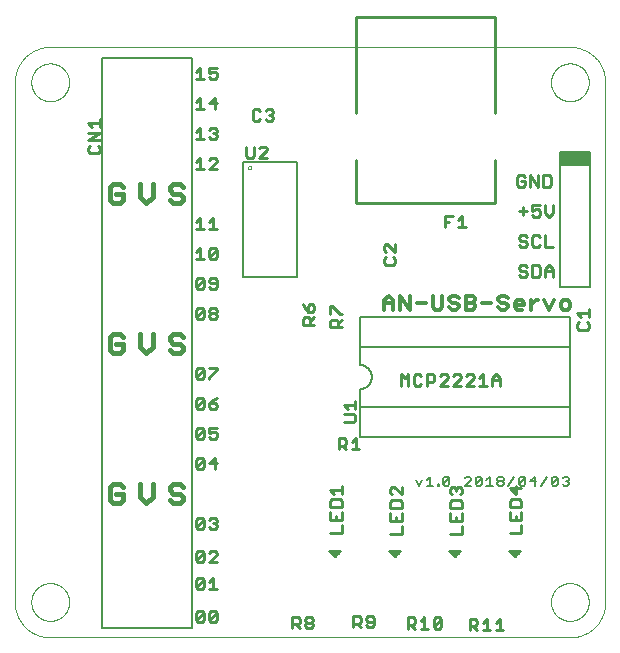
<source format=gto>
G75*
%MOIN*%
%OFA0B0*%
%FSLAX25Y25*%
%IPPOS*%
%LPD*%
%AMOC8*
5,1,8,0,0,1.08239X$1,22.5*
%
%ADD10C,0.00000*%
%ADD11C,0.00900*%
%ADD12C,0.01200*%
%ADD13C,0.00800*%
%ADD14C,0.01600*%
%ADD15C,0.00600*%
%ADD16C,0.01000*%
%ADD17C,0.00500*%
%ADD18C,0.00787*%
%ADD19R,0.10000X0.05000*%
%ADD20C,0.00197*%
D10*
X0004740Y0016551D02*
X0004740Y0189780D01*
X0010252Y0189780D02*
X0010254Y0189938D01*
X0010260Y0190096D01*
X0010270Y0190254D01*
X0010284Y0190412D01*
X0010302Y0190569D01*
X0010323Y0190726D01*
X0010349Y0190882D01*
X0010379Y0191038D01*
X0010412Y0191193D01*
X0010450Y0191346D01*
X0010491Y0191499D01*
X0010536Y0191651D01*
X0010585Y0191802D01*
X0010638Y0191951D01*
X0010694Y0192099D01*
X0010754Y0192245D01*
X0010818Y0192390D01*
X0010886Y0192533D01*
X0010957Y0192675D01*
X0011031Y0192815D01*
X0011109Y0192952D01*
X0011191Y0193088D01*
X0011275Y0193222D01*
X0011364Y0193353D01*
X0011455Y0193482D01*
X0011550Y0193609D01*
X0011647Y0193734D01*
X0011748Y0193856D01*
X0011852Y0193975D01*
X0011959Y0194092D01*
X0012069Y0194206D01*
X0012182Y0194317D01*
X0012297Y0194426D01*
X0012415Y0194531D01*
X0012536Y0194633D01*
X0012659Y0194733D01*
X0012785Y0194829D01*
X0012913Y0194922D01*
X0013043Y0195012D01*
X0013176Y0195098D01*
X0013311Y0195182D01*
X0013447Y0195261D01*
X0013586Y0195338D01*
X0013727Y0195410D01*
X0013869Y0195480D01*
X0014013Y0195545D01*
X0014159Y0195607D01*
X0014306Y0195665D01*
X0014455Y0195720D01*
X0014605Y0195771D01*
X0014756Y0195818D01*
X0014908Y0195861D01*
X0015061Y0195900D01*
X0015216Y0195936D01*
X0015371Y0195967D01*
X0015527Y0195995D01*
X0015683Y0196019D01*
X0015840Y0196039D01*
X0015998Y0196055D01*
X0016155Y0196067D01*
X0016314Y0196075D01*
X0016472Y0196079D01*
X0016630Y0196079D01*
X0016788Y0196075D01*
X0016947Y0196067D01*
X0017104Y0196055D01*
X0017262Y0196039D01*
X0017419Y0196019D01*
X0017575Y0195995D01*
X0017731Y0195967D01*
X0017886Y0195936D01*
X0018041Y0195900D01*
X0018194Y0195861D01*
X0018346Y0195818D01*
X0018497Y0195771D01*
X0018647Y0195720D01*
X0018796Y0195665D01*
X0018943Y0195607D01*
X0019089Y0195545D01*
X0019233Y0195480D01*
X0019375Y0195410D01*
X0019516Y0195338D01*
X0019655Y0195261D01*
X0019791Y0195182D01*
X0019926Y0195098D01*
X0020059Y0195012D01*
X0020189Y0194922D01*
X0020317Y0194829D01*
X0020443Y0194733D01*
X0020566Y0194633D01*
X0020687Y0194531D01*
X0020805Y0194426D01*
X0020920Y0194317D01*
X0021033Y0194206D01*
X0021143Y0194092D01*
X0021250Y0193975D01*
X0021354Y0193856D01*
X0021455Y0193734D01*
X0021552Y0193609D01*
X0021647Y0193482D01*
X0021738Y0193353D01*
X0021827Y0193222D01*
X0021911Y0193088D01*
X0021993Y0192952D01*
X0022071Y0192815D01*
X0022145Y0192675D01*
X0022216Y0192533D01*
X0022284Y0192390D01*
X0022348Y0192245D01*
X0022408Y0192099D01*
X0022464Y0191951D01*
X0022517Y0191802D01*
X0022566Y0191651D01*
X0022611Y0191499D01*
X0022652Y0191346D01*
X0022690Y0191193D01*
X0022723Y0191038D01*
X0022753Y0190882D01*
X0022779Y0190726D01*
X0022800Y0190569D01*
X0022818Y0190412D01*
X0022832Y0190254D01*
X0022842Y0190096D01*
X0022848Y0189938D01*
X0022850Y0189780D01*
X0022848Y0189622D01*
X0022842Y0189464D01*
X0022832Y0189306D01*
X0022818Y0189148D01*
X0022800Y0188991D01*
X0022779Y0188834D01*
X0022753Y0188678D01*
X0022723Y0188522D01*
X0022690Y0188367D01*
X0022652Y0188214D01*
X0022611Y0188061D01*
X0022566Y0187909D01*
X0022517Y0187758D01*
X0022464Y0187609D01*
X0022408Y0187461D01*
X0022348Y0187315D01*
X0022284Y0187170D01*
X0022216Y0187027D01*
X0022145Y0186885D01*
X0022071Y0186745D01*
X0021993Y0186608D01*
X0021911Y0186472D01*
X0021827Y0186338D01*
X0021738Y0186207D01*
X0021647Y0186078D01*
X0021552Y0185951D01*
X0021455Y0185826D01*
X0021354Y0185704D01*
X0021250Y0185585D01*
X0021143Y0185468D01*
X0021033Y0185354D01*
X0020920Y0185243D01*
X0020805Y0185134D01*
X0020687Y0185029D01*
X0020566Y0184927D01*
X0020443Y0184827D01*
X0020317Y0184731D01*
X0020189Y0184638D01*
X0020059Y0184548D01*
X0019926Y0184462D01*
X0019791Y0184378D01*
X0019655Y0184299D01*
X0019516Y0184222D01*
X0019375Y0184150D01*
X0019233Y0184080D01*
X0019089Y0184015D01*
X0018943Y0183953D01*
X0018796Y0183895D01*
X0018647Y0183840D01*
X0018497Y0183789D01*
X0018346Y0183742D01*
X0018194Y0183699D01*
X0018041Y0183660D01*
X0017886Y0183624D01*
X0017731Y0183593D01*
X0017575Y0183565D01*
X0017419Y0183541D01*
X0017262Y0183521D01*
X0017104Y0183505D01*
X0016947Y0183493D01*
X0016788Y0183485D01*
X0016630Y0183481D01*
X0016472Y0183481D01*
X0016314Y0183485D01*
X0016155Y0183493D01*
X0015998Y0183505D01*
X0015840Y0183521D01*
X0015683Y0183541D01*
X0015527Y0183565D01*
X0015371Y0183593D01*
X0015216Y0183624D01*
X0015061Y0183660D01*
X0014908Y0183699D01*
X0014756Y0183742D01*
X0014605Y0183789D01*
X0014455Y0183840D01*
X0014306Y0183895D01*
X0014159Y0183953D01*
X0014013Y0184015D01*
X0013869Y0184080D01*
X0013727Y0184150D01*
X0013586Y0184222D01*
X0013447Y0184299D01*
X0013311Y0184378D01*
X0013176Y0184462D01*
X0013043Y0184548D01*
X0012913Y0184638D01*
X0012785Y0184731D01*
X0012659Y0184827D01*
X0012536Y0184927D01*
X0012415Y0185029D01*
X0012297Y0185134D01*
X0012182Y0185243D01*
X0012069Y0185354D01*
X0011959Y0185468D01*
X0011852Y0185585D01*
X0011748Y0185704D01*
X0011647Y0185826D01*
X0011550Y0185951D01*
X0011455Y0186078D01*
X0011364Y0186207D01*
X0011275Y0186338D01*
X0011191Y0186472D01*
X0011109Y0186608D01*
X0011031Y0186745D01*
X0010957Y0186885D01*
X0010886Y0187027D01*
X0010818Y0187170D01*
X0010754Y0187315D01*
X0010694Y0187461D01*
X0010638Y0187609D01*
X0010585Y0187758D01*
X0010536Y0187909D01*
X0010491Y0188061D01*
X0010450Y0188214D01*
X0010412Y0188367D01*
X0010379Y0188522D01*
X0010349Y0188678D01*
X0010323Y0188834D01*
X0010302Y0188991D01*
X0010284Y0189148D01*
X0010270Y0189306D01*
X0010260Y0189464D01*
X0010254Y0189622D01*
X0010252Y0189780D01*
X0004740Y0189780D02*
X0004743Y0190065D01*
X0004754Y0190351D01*
X0004771Y0190636D01*
X0004795Y0190920D01*
X0004826Y0191204D01*
X0004864Y0191487D01*
X0004909Y0191768D01*
X0004960Y0192049D01*
X0005018Y0192329D01*
X0005083Y0192607D01*
X0005155Y0192883D01*
X0005233Y0193157D01*
X0005318Y0193430D01*
X0005410Y0193700D01*
X0005508Y0193968D01*
X0005612Y0194234D01*
X0005723Y0194497D01*
X0005840Y0194757D01*
X0005963Y0195015D01*
X0006093Y0195269D01*
X0006229Y0195520D01*
X0006370Y0195768D01*
X0006518Y0196012D01*
X0006671Y0196253D01*
X0006831Y0196489D01*
X0006996Y0196722D01*
X0007166Y0196951D01*
X0007342Y0197176D01*
X0007524Y0197396D01*
X0007710Y0197612D01*
X0007902Y0197823D01*
X0008099Y0198030D01*
X0008301Y0198232D01*
X0008508Y0198429D01*
X0008719Y0198621D01*
X0008935Y0198807D01*
X0009155Y0198989D01*
X0009380Y0199165D01*
X0009609Y0199335D01*
X0009842Y0199500D01*
X0010078Y0199660D01*
X0010319Y0199813D01*
X0010563Y0199961D01*
X0010811Y0200102D01*
X0011062Y0200238D01*
X0011316Y0200368D01*
X0011574Y0200491D01*
X0011834Y0200608D01*
X0012097Y0200719D01*
X0012363Y0200823D01*
X0012631Y0200921D01*
X0012901Y0201013D01*
X0013174Y0201098D01*
X0013448Y0201176D01*
X0013724Y0201248D01*
X0014002Y0201313D01*
X0014282Y0201371D01*
X0014563Y0201422D01*
X0014844Y0201467D01*
X0015127Y0201505D01*
X0015411Y0201536D01*
X0015695Y0201560D01*
X0015980Y0201577D01*
X0016266Y0201588D01*
X0016551Y0201591D01*
X0189780Y0201591D01*
X0183481Y0189780D02*
X0183483Y0189938D01*
X0183489Y0190096D01*
X0183499Y0190254D01*
X0183513Y0190412D01*
X0183531Y0190569D01*
X0183552Y0190726D01*
X0183578Y0190882D01*
X0183608Y0191038D01*
X0183641Y0191193D01*
X0183679Y0191346D01*
X0183720Y0191499D01*
X0183765Y0191651D01*
X0183814Y0191802D01*
X0183867Y0191951D01*
X0183923Y0192099D01*
X0183983Y0192245D01*
X0184047Y0192390D01*
X0184115Y0192533D01*
X0184186Y0192675D01*
X0184260Y0192815D01*
X0184338Y0192952D01*
X0184420Y0193088D01*
X0184504Y0193222D01*
X0184593Y0193353D01*
X0184684Y0193482D01*
X0184779Y0193609D01*
X0184876Y0193734D01*
X0184977Y0193856D01*
X0185081Y0193975D01*
X0185188Y0194092D01*
X0185298Y0194206D01*
X0185411Y0194317D01*
X0185526Y0194426D01*
X0185644Y0194531D01*
X0185765Y0194633D01*
X0185888Y0194733D01*
X0186014Y0194829D01*
X0186142Y0194922D01*
X0186272Y0195012D01*
X0186405Y0195098D01*
X0186540Y0195182D01*
X0186676Y0195261D01*
X0186815Y0195338D01*
X0186956Y0195410D01*
X0187098Y0195480D01*
X0187242Y0195545D01*
X0187388Y0195607D01*
X0187535Y0195665D01*
X0187684Y0195720D01*
X0187834Y0195771D01*
X0187985Y0195818D01*
X0188137Y0195861D01*
X0188290Y0195900D01*
X0188445Y0195936D01*
X0188600Y0195967D01*
X0188756Y0195995D01*
X0188912Y0196019D01*
X0189069Y0196039D01*
X0189227Y0196055D01*
X0189384Y0196067D01*
X0189543Y0196075D01*
X0189701Y0196079D01*
X0189859Y0196079D01*
X0190017Y0196075D01*
X0190176Y0196067D01*
X0190333Y0196055D01*
X0190491Y0196039D01*
X0190648Y0196019D01*
X0190804Y0195995D01*
X0190960Y0195967D01*
X0191115Y0195936D01*
X0191270Y0195900D01*
X0191423Y0195861D01*
X0191575Y0195818D01*
X0191726Y0195771D01*
X0191876Y0195720D01*
X0192025Y0195665D01*
X0192172Y0195607D01*
X0192318Y0195545D01*
X0192462Y0195480D01*
X0192604Y0195410D01*
X0192745Y0195338D01*
X0192884Y0195261D01*
X0193020Y0195182D01*
X0193155Y0195098D01*
X0193288Y0195012D01*
X0193418Y0194922D01*
X0193546Y0194829D01*
X0193672Y0194733D01*
X0193795Y0194633D01*
X0193916Y0194531D01*
X0194034Y0194426D01*
X0194149Y0194317D01*
X0194262Y0194206D01*
X0194372Y0194092D01*
X0194479Y0193975D01*
X0194583Y0193856D01*
X0194684Y0193734D01*
X0194781Y0193609D01*
X0194876Y0193482D01*
X0194967Y0193353D01*
X0195056Y0193222D01*
X0195140Y0193088D01*
X0195222Y0192952D01*
X0195300Y0192815D01*
X0195374Y0192675D01*
X0195445Y0192533D01*
X0195513Y0192390D01*
X0195577Y0192245D01*
X0195637Y0192099D01*
X0195693Y0191951D01*
X0195746Y0191802D01*
X0195795Y0191651D01*
X0195840Y0191499D01*
X0195881Y0191346D01*
X0195919Y0191193D01*
X0195952Y0191038D01*
X0195982Y0190882D01*
X0196008Y0190726D01*
X0196029Y0190569D01*
X0196047Y0190412D01*
X0196061Y0190254D01*
X0196071Y0190096D01*
X0196077Y0189938D01*
X0196079Y0189780D01*
X0196077Y0189622D01*
X0196071Y0189464D01*
X0196061Y0189306D01*
X0196047Y0189148D01*
X0196029Y0188991D01*
X0196008Y0188834D01*
X0195982Y0188678D01*
X0195952Y0188522D01*
X0195919Y0188367D01*
X0195881Y0188214D01*
X0195840Y0188061D01*
X0195795Y0187909D01*
X0195746Y0187758D01*
X0195693Y0187609D01*
X0195637Y0187461D01*
X0195577Y0187315D01*
X0195513Y0187170D01*
X0195445Y0187027D01*
X0195374Y0186885D01*
X0195300Y0186745D01*
X0195222Y0186608D01*
X0195140Y0186472D01*
X0195056Y0186338D01*
X0194967Y0186207D01*
X0194876Y0186078D01*
X0194781Y0185951D01*
X0194684Y0185826D01*
X0194583Y0185704D01*
X0194479Y0185585D01*
X0194372Y0185468D01*
X0194262Y0185354D01*
X0194149Y0185243D01*
X0194034Y0185134D01*
X0193916Y0185029D01*
X0193795Y0184927D01*
X0193672Y0184827D01*
X0193546Y0184731D01*
X0193418Y0184638D01*
X0193288Y0184548D01*
X0193155Y0184462D01*
X0193020Y0184378D01*
X0192884Y0184299D01*
X0192745Y0184222D01*
X0192604Y0184150D01*
X0192462Y0184080D01*
X0192318Y0184015D01*
X0192172Y0183953D01*
X0192025Y0183895D01*
X0191876Y0183840D01*
X0191726Y0183789D01*
X0191575Y0183742D01*
X0191423Y0183699D01*
X0191270Y0183660D01*
X0191115Y0183624D01*
X0190960Y0183593D01*
X0190804Y0183565D01*
X0190648Y0183541D01*
X0190491Y0183521D01*
X0190333Y0183505D01*
X0190176Y0183493D01*
X0190017Y0183485D01*
X0189859Y0183481D01*
X0189701Y0183481D01*
X0189543Y0183485D01*
X0189384Y0183493D01*
X0189227Y0183505D01*
X0189069Y0183521D01*
X0188912Y0183541D01*
X0188756Y0183565D01*
X0188600Y0183593D01*
X0188445Y0183624D01*
X0188290Y0183660D01*
X0188137Y0183699D01*
X0187985Y0183742D01*
X0187834Y0183789D01*
X0187684Y0183840D01*
X0187535Y0183895D01*
X0187388Y0183953D01*
X0187242Y0184015D01*
X0187098Y0184080D01*
X0186956Y0184150D01*
X0186815Y0184222D01*
X0186676Y0184299D01*
X0186540Y0184378D01*
X0186405Y0184462D01*
X0186272Y0184548D01*
X0186142Y0184638D01*
X0186014Y0184731D01*
X0185888Y0184827D01*
X0185765Y0184927D01*
X0185644Y0185029D01*
X0185526Y0185134D01*
X0185411Y0185243D01*
X0185298Y0185354D01*
X0185188Y0185468D01*
X0185081Y0185585D01*
X0184977Y0185704D01*
X0184876Y0185826D01*
X0184779Y0185951D01*
X0184684Y0186078D01*
X0184593Y0186207D01*
X0184504Y0186338D01*
X0184420Y0186472D01*
X0184338Y0186608D01*
X0184260Y0186745D01*
X0184186Y0186885D01*
X0184115Y0187027D01*
X0184047Y0187170D01*
X0183983Y0187315D01*
X0183923Y0187461D01*
X0183867Y0187609D01*
X0183814Y0187758D01*
X0183765Y0187909D01*
X0183720Y0188061D01*
X0183679Y0188214D01*
X0183641Y0188367D01*
X0183608Y0188522D01*
X0183578Y0188678D01*
X0183552Y0188834D01*
X0183531Y0188991D01*
X0183513Y0189148D01*
X0183499Y0189306D01*
X0183489Y0189464D01*
X0183483Y0189622D01*
X0183481Y0189780D01*
X0189780Y0201591D02*
X0190065Y0201588D01*
X0190351Y0201577D01*
X0190636Y0201560D01*
X0190920Y0201536D01*
X0191204Y0201505D01*
X0191487Y0201467D01*
X0191768Y0201422D01*
X0192049Y0201371D01*
X0192329Y0201313D01*
X0192607Y0201248D01*
X0192883Y0201176D01*
X0193157Y0201098D01*
X0193430Y0201013D01*
X0193700Y0200921D01*
X0193968Y0200823D01*
X0194234Y0200719D01*
X0194497Y0200608D01*
X0194757Y0200491D01*
X0195015Y0200368D01*
X0195269Y0200238D01*
X0195520Y0200102D01*
X0195768Y0199961D01*
X0196012Y0199813D01*
X0196253Y0199660D01*
X0196489Y0199500D01*
X0196722Y0199335D01*
X0196951Y0199165D01*
X0197176Y0198989D01*
X0197396Y0198807D01*
X0197612Y0198621D01*
X0197823Y0198429D01*
X0198030Y0198232D01*
X0198232Y0198030D01*
X0198429Y0197823D01*
X0198621Y0197612D01*
X0198807Y0197396D01*
X0198989Y0197176D01*
X0199165Y0196951D01*
X0199335Y0196722D01*
X0199500Y0196489D01*
X0199660Y0196253D01*
X0199813Y0196012D01*
X0199961Y0195768D01*
X0200102Y0195520D01*
X0200238Y0195269D01*
X0200368Y0195015D01*
X0200491Y0194757D01*
X0200608Y0194497D01*
X0200719Y0194234D01*
X0200823Y0193968D01*
X0200921Y0193700D01*
X0201013Y0193430D01*
X0201098Y0193157D01*
X0201176Y0192883D01*
X0201248Y0192607D01*
X0201313Y0192329D01*
X0201371Y0192049D01*
X0201422Y0191768D01*
X0201467Y0191487D01*
X0201505Y0191204D01*
X0201536Y0190920D01*
X0201560Y0190636D01*
X0201577Y0190351D01*
X0201588Y0190065D01*
X0201591Y0189780D01*
X0201591Y0016551D01*
X0183481Y0016551D02*
X0183483Y0016709D01*
X0183489Y0016867D01*
X0183499Y0017025D01*
X0183513Y0017183D01*
X0183531Y0017340D01*
X0183552Y0017497D01*
X0183578Y0017653D01*
X0183608Y0017809D01*
X0183641Y0017964D01*
X0183679Y0018117D01*
X0183720Y0018270D01*
X0183765Y0018422D01*
X0183814Y0018573D01*
X0183867Y0018722D01*
X0183923Y0018870D01*
X0183983Y0019016D01*
X0184047Y0019161D01*
X0184115Y0019304D01*
X0184186Y0019446D01*
X0184260Y0019586D01*
X0184338Y0019723D01*
X0184420Y0019859D01*
X0184504Y0019993D01*
X0184593Y0020124D01*
X0184684Y0020253D01*
X0184779Y0020380D01*
X0184876Y0020505D01*
X0184977Y0020627D01*
X0185081Y0020746D01*
X0185188Y0020863D01*
X0185298Y0020977D01*
X0185411Y0021088D01*
X0185526Y0021197D01*
X0185644Y0021302D01*
X0185765Y0021404D01*
X0185888Y0021504D01*
X0186014Y0021600D01*
X0186142Y0021693D01*
X0186272Y0021783D01*
X0186405Y0021869D01*
X0186540Y0021953D01*
X0186676Y0022032D01*
X0186815Y0022109D01*
X0186956Y0022181D01*
X0187098Y0022251D01*
X0187242Y0022316D01*
X0187388Y0022378D01*
X0187535Y0022436D01*
X0187684Y0022491D01*
X0187834Y0022542D01*
X0187985Y0022589D01*
X0188137Y0022632D01*
X0188290Y0022671D01*
X0188445Y0022707D01*
X0188600Y0022738D01*
X0188756Y0022766D01*
X0188912Y0022790D01*
X0189069Y0022810D01*
X0189227Y0022826D01*
X0189384Y0022838D01*
X0189543Y0022846D01*
X0189701Y0022850D01*
X0189859Y0022850D01*
X0190017Y0022846D01*
X0190176Y0022838D01*
X0190333Y0022826D01*
X0190491Y0022810D01*
X0190648Y0022790D01*
X0190804Y0022766D01*
X0190960Y0022738D01*
X0191115Y0022707D01*
X0191270Y0022671D01*
X0191423Y0022632D01*
X0191575Y0022589D01*
X0191726Y0022542D01*
X0191876Y0022491D01*
X0192025Y0022436D01*
X0192172Y0022378D01*
X0192318Y0022316D01*
X0192462Y0022251D01*
X0192604Y0022181D01*
X0192745Y0022109D01*
X0192884Y0022032D01*
X0193020Y0021953D01*
X0193155Y0021869D01*
X0193288Y0021783D01*
X0193418Y0021693D01*
X0193546Y0021600D01*
X0193672Y0021504D01*
X0193795Y0021404D01*
X0193916Y0021302D01*
X0194034Y0021197D01*
X0194149Y0021088D01*
X0194262Y0020977D01*
X0194372Y0020863D01*
X0194479Y0020746D01*
X0194583Y0020627D01*
X0194684Y0020505D01*
X0194781Y0020380D01*
X0194876Y0020253D01*
X0194967Y0020124D01*
X0195056Y0019993D01*
X0195140Y0019859D01*
X0195222Y0019723D01*
X0195300Y0019586D01*
X0195374Y0019446D01*
X0195445Y0019304D01*
X0195513Y0019161D01*
X0195577Y0019016D01*
X0195637Y0018870D01*
X0195693Y0018722D01*
X0195746Y0018573D01*
X0195795Y0018422D01*
X0195840Y0018270D01*
X0195881Y0018117D01*
X0195919Y0017964D01*
X0195952Y0017809D01*
X0195982Y0017653D01*
X0196008Y0017497D01*
X0196029Y0017340D01*
X0196047Y0017183D01*
X0196061Y0017025D01*
X0196071Y0016867D01*
X0196077Y0016709D01*
X0196079Y0016551D01*
X0196077Y0016393D01*
X0196071Y0016235D01*
X0196061Y0016077D01*
X0196047Y0015919D01*
X0196029Y0015762D01*
X0196008Y0015605D01*
X0195982Y0015449D01*
X0195952Y0015293D01*
X0195919Y0015138D01*
X0195881Y0014985D01*
X0195840Y0014832D01*
X0195795Y0014680D01*
X0195746Y0014529D01*
X0195693Y0014380D01*
X0195637Y0014232D01*
X0195577Y0014086D01*
X0195513Y0013941D01*
X0195445Y0013798D01*
X0195374Y0013656D01*
X0195300Y0013516D01*
X0195222Y0013379D01*
X0195140Y0013243D01*
X0195056Y0013109D01*
X0194967Y0012978D01*
X0194876Y0012849D01*
X0194781Y0012722D01*
X0194684Y0012597D01*
X0194583Y0012475D01*
X0194479Y0012356D01*
X0194372Y0012239D01*
X0194262Y0012125D01*
X0194149Y0012014D01*
X0194034Y0011905D01*
X0193916Y0011800D01*
X0193795Y0011698D01*
X0193672Y0011598D01*
X0193546Y0011502D01*
X0193418Y0011409D01*
X0193288Y0011319D01*
X0193155Y0011233D01*
X0193020Y0011149D01*
X0192884Y0011070D01*
X0192745Y0010993D01*
X0192604Y0010921D01*
X0192462Y0010851D01*
X0192318Y0010786D01*
X0192172Y0010724D01*
X0192025Y0010666D01*
X0191876Y0010611D01*
X0191726Y0010560D01*
X0191575Y0010513D01*
X0191423Y0010470D01*
X0191270Y0010431D01*
X0191115Y0010395D01*
X0190960Y0010364D01*
X0190804Y0010336D01*
X0190648Y0010312D01*
X0190491Y0010292D01*
X0190333Y0010276D01*
X0190176Y0010264D01*
X0190017Y0010256D01*
X0189859Y0010252D01*
X0189701Y0010252D01*
X0189543Y0010256D01*
X0189384Y0010264D01*
X0189227Y0010276D01*
X0189069Y0010292D01*
X0188912Y0010312D01*
X0188756Y0010336D01*
X0188600Y0010364D01*
X0188445Y0010395D01*
X0188290Y0010431D01*
X0188137Y0010470D01*
X0187985Y0010513D01*
X0187834Y0010560D01*
X0187684Y0010611D01*
X0187535Y0010666D01*
X0187388Y0010724D01*
X0187242Y0010786D01*
X0187098Y0010851D01*
X0186956Y0010921D01*
X0186815Y0010993D01*
X0186676Y0011070D01*
X0186540Y0011149D01*
X0186405Y0011233D01*
X0186272Y0011319D01*
X0186142Y0011409D01*
X0186014Y0011502D01*
X0185888Y0011598D01*
X0185765Y0011698D01*
X0185644Y0011800D01*
X0185526Y0011905D01*
X0185411Y0012014D01*
X0185298Y0012125D01*
X0185188Y0012239D01*
X0185081Y0012356D01*
X0184977Y0012475D01*
X0184876Y0012597D01*
X0184779Y0012722D01*
X0184684Y0012849D01*
X0184593Y0012978D01*
X0184504Y0013109D01*
X0184420Y0013243D01*
X0184338Y0013379D01*
X0184260Y0013516D01*
X0184186Y0013656D01*
X0184115Y0013798D01*
X0184047Y0013941D01*
X0183983Y0014086D01*
X0183923Y0014232D01*
X0183867Y0014380D01*
X0183814Y0014529D01*
X0183765Y0014680D01*
X0183720Y0014832D01*
X0183679Y0014985D01*
X0183641Y0015138D01*
X0183608Y0015293D01*
X0183578Y0015449D01*
X0183552Y0015605D01*
X0183531Y0015762D01*
X0183513Y0015919D01*
X0183499Y0016077D01*
X0183489Y0016235D01*
X0183483Y0016393D01*
X0183481Y0016551D01*
X0189780Y0004740D02*
X0190065Y0004743D01*
X0190351Y0004754D01*
X0190636Y0004771D01*
X0190920Y0004795D01*
X0191204Y0004826D01*
X0191487Y0004864D01*
X0191768Y0004909D01*
X0192049Y0004960D01*
X0192329Y0005018D01*
X0192607Y0005083D01*
X0192883Y0005155D01*
X0193157Y0005233D01*
X0193430Y0005318D01*
X0193700Y0005410D01*
X0193968Y0005508D01*
X0194234Y0005612D01*
X0194497Y0005723D01*
X0194757Y0005840D01*
X0195015Y0005963D01*
X0195269Y0006093D01*
X0195520Y0006229D01*
X0195768Y0006370D01*
X0196012Y0006518D01*
X0196253Y0006671D01*
X0196489Y0006831D01*
X0196722Y0006996D01*
X0196951Y0007166D01*
X0197176Y0007342D01*
X0197396Y0007524D01*
X0197612Y0007710D01*
X0197823Y0007902D01*
X0198030Y0008099D01*
X0198232Y0008301D01*
X0198429Y0008508D01*
X0198621Y0008719D01*
X0198807Y0008935D01*
X0198989Y0009155D01*
X0199165Y0009380D01*
X0199335Y0009609D01*
X0199500Y0009842D01*
X0199660Y0010078D01*
X0199813Y0010319D01*
X0199961Y0010563D01*
X0200102Y0010811D01*
X0200238Y0011062D01*
X0200368Y0011316D01*
X0200491Y0011574D01*
X0200608Y0011834D01*
X0200719Y0012097D01*
X0200823Y0012363D01*
X0200921Y0012631D01*
X0201013Y0012901D01*
X0201098Y0013174D01*
X0201176Y0013448D01*
X0201248Y0013724D01*
X0201313Y0014002D01*
X0201371Y0014282D01*
X0201422Y0014563D01*
X0201467Y0014844D01*
X0201505Y0015127D01*
X0201536Y0015411D01*
X0201560Y0015695D01*
X0201577Y0015980D01*
X0201588Y0016266D01*
X0201591Y0016551D01*
X0189780Y0004740D02*
X0016551Y0004740D01*
X0010252Y0016551D02*
X0010254Y0016709D01*
X0010260Y0016867D01*
X0010270Y0017025D01*
X0010284Y0017183D01*
X0010302Y0017340D01*
X0010323Y0017497D01*
X0010349Y0017653D01*
X0010379Y0017809D01*
X0010412Y0017964D01*
X0010450Y0018117D01*
X0010491Y0018270D01*
X0010536Y0018422D01*
X0010585Y0018573D01*
X0010638Y0018722D01*
X0010694Y0018870D01*
X0010754Y0019016D01*
X0010818Y0019161D01*
X0010886Y0019304D01*
X0010957Y0019446D01*
X0011031Y0019586D01*
X0011109Y0019723D01*
X0011191Y0019859D01*
X0011275Y0019993D01*
X0011364Y0020124D01*
X0011455Y0020253D01*
X0011550Y0020380D01*
X0011647Y0020505D01*
X0011748Y0020627D01*
X0011852Y0020746D01*
X0011959Y0020863D01*
X0012069Y0020977D01*
X0012182Y0021088D01*
X0012297Y0021197D01*
X0012415Y0021302D01*
X0012536Y0021404D01*
X0012659Y0021504D01*
X0012785Y0021600D01*
X0012913Y0021693D01*
X0013043Y0021783D01*
X0013176Y0021869D01*
X0013311Y0021953D01*
X0013447Y0022032D01*
X0013586Y0022109D01*
X0013727Y0022181D01*
X0013869Y0022251D01*
X0014013Y0022316D01*
X0014159Y0022378D01*
X0014306Y0022436D01*
X0014455Y0022491D01*
X0014605Y0022542D01*
X0014756Y0022589D01*
X0014908Y0022632D01*
X0015061Y0022671D01*
X0015216Y0022707D01*
X0015371Y0022738D01*
X0015527Y0022766D01*
X0015683Y0022790D01*
X0015840Y0022810D01*
X0015998Y0022826D01*
X0016155Y0022838D01*
X0016314Y0022846D01*
X0016472Y0022850D01*
X0016630Y0022850D01*
X0016788Y0022846D01*
X0016947Y0022838D01*
X0017104Y0022826D01*
X0017262Y0022810D01*
X0017419Y0022790D01*
X0017575Y0022766D01*
X0017731Y0022738D01*
X0017886Y0022707D01*
X0018041Y0022671D01*
X0018194Y0022632D01*
X0018346Y0022589D01*
X0018497Y0022542D01*
X0018647Y0022491D01*
X0018796Y0022436D01*
X0018943Y0022378D01*
X0019089Y0022316D01*
X0019233Y0022251D01*
X0019375Y0022181D01*
X0019516Y0022109D01*
X0019655Y0022032D01*
X0019791Y0021953D01*
X0019926Y0021869D01*
X0020059Y0021783D01*
X0020189Y0021693D01*
X0020317Y0021600D01*
X0020443Y0021504D01*
X0020566Y0021404D01*
X0020687Y0021302D01*
X0020805Y0021197D01*
X0020920Y0021088D01*
X0021033Y0020977D01*
X0021143Y0020863D01*
X0021250Y0020746D01*
X0021354Y0020627D01*
X0021455Y0020505D01*
X0021552Y0020380D01*
X0021647Y0020253D01*
X0021738Y0020124D01*
X0021827Y0019993D01*
X0021911Y0019859D01*
X0021993Y0019723D01*
X0022071Y0019586D01*
X0022145Y0019446D01*
X0022216Y0019304D01*
X0022284Y0019161D01*
X0022348Y0019016D01*
X0022408Y0018870D01*
X0022464Y0018722D01*
X0022517Y0018573D01*
X0022566Y0018422D01*
X0022611Y0018270D01*
X0022652Y0018117D01*
X0022690Y0017964D01*
X0022723Y0017809D01*
X0022753Y0017653D01*
X0022779Y0017497D01*
X0022800Y0017340D01*
X0022818Y0017183D01*
X0022832Y0017025D01*
X0022842Y0016867D01*
X0022848Y0016709D01*
X0022850Y0016551D01*
X0022848Y0016393D01*
X0022842Y0016235D01*
X0022832Y0016077D01*
X0022818Y0015919D01*
X0022800Y0015762D01*
X0022779Y0015605D01*
X0022753Y0015449D01*
X0022723Y0015293D01*
X0022690Y0015138D01*
X0022652Y0014985D01*
X0022611Y0014832D01*
X0022566Y0014680D01*
X0022517Y0014529D01*
X0022464Y0014380D01*
X0022408Y0014232D01*
X0022348Y0014086D01*
X0022284Y0013941D01*
X0022216Y0013798D01*
X0022145Y0013656D01*
X0022071Y0013516D01*
X0021993Y0013379D01*
X0021911Y0013243D01*
X0021827Y0013109D01*
X0021738Y0012978D01*
X0021647Y0012849D01*
X0021552Y0012722D01*
X0021455Y0012597D01*
X0021354Y0012475D01*
X0021250Y0012356D01*
X0021143Y0012239D01*
X0021033Y0012125D01*
X0020920Y0012014D01*
X0020805Y0011905D01*
X0020687Y0011800D01*
X0020566Y0011698D01*
X0020443Y0011598D01*
X0020317Y0011502D01*
X0020189Y0011409D01*
X0020059Y0011319D01*
X0019926Y0011233D01*
X0019791Y0011149D01*
X0019655Y0011070D01*
X0019516Y0010993D01*
X0019375Y0010921D01*
X0019233Y0010851D01*
X0019089Y0010786D01*
X0018943Y0010724D01*
X0018796Y0010666D01*
X0018647Y0010611D01*
X0018497Y0010560D01*
X0018346Y0010513D01*
X0018194Y0010470D01*
X0018041Y0010431D01*
X0017886Y0010395D01*
X0017731Y0010364D01*
X0017575Y0010336D01*
X0017419Y0010312D01*
X0017262Y0010292D01*
X0017104Y0010276D01*
X0016947Y0010264D01*
X0016788Y0010256D01*
X0016630Y0010252D01*
X0016472Y0010252D01*
X0016314Y0010256D01*
X0016155Y0010264D01*
X0015998Y0010276D01*
X0015840Y0010292D01*
X0015683Y0010312D01*
X0015527Y0010336D01*
X0015371Y0010364D01*
X0015216Y0010395D01*
X0015061Y0010431D01*
X0014908Y0010470D01*
X0014756Y0010513D01*
X0014605Y0010560D01*
X0014455Y0010611D01*
X0014306Y0010666D01*
X0014159Y0010724D01*
X0014013Y0010786D01*
X0013869Y0010851D01*
X0013727Y0010921D01*
X0013586Y0010993D01*
X0013447Y0011070D01*
X0013311Y0011149D01*
X0013176Y0011233D01*
X0013043Y0011319D01*
X0012913Y0011409D01*
X0012785Y0011502D01*
X0012659Y0011598D01*
X0012536Y0011698D01*
X0012415Y0011800D01*
X0012297Y0011905D01*
X0012182Y0012014D01*
X0012069Y0012125D01*
X0011959Y0012239D01*
X0011852Y0012356D01*
X0011748Y0012475D01*
X0011647Y0012597D01*
X0011550Y0012722D01*
X0011455Y0012849D01*
X0011364Y0012978D01*
X0011275Y0013109D01*
X0011191Y0013243D01*
X0011109Y0013379D01*
X0011031Y0013516D01*
X0010957Y0013656D01*
X0010886Y0013798D01*
X0010818Y0013941D01*
X0010754Y0014086D01*
X0010694Y0014232D01*
X0010638Y0014380D01*
X0010585Y0014529D01*
X0010536Y0014680D01*
X0010491Y0014832D01*
X0010450Y0014985D01*
X0010412Y0015138D01*
X0010379Y0015293D01*
X0010349Y0015449D01*
X0010323Y0015605D01*
X0010302Y0015762D01*
X0010284Y0015919D01*
X0010270Y0016077D01*
X0010260Y0016235D01*
X0010254Y0016393D01*
X0010252Y0016551D01*
X0004740Y0016551D02*
X0004743Y0016266D01*
X0004754Y0015980D01*
X0004771Y0015695D01*
X0004795Y0015411D01*
X0004826Y0015127D01*
X0004864Y0014844D01*
X0004909Y0014563D01*
X0004960Y0014282D01*
X0005018Y0014002D01*
X0005083Y0013724D01*
X0005155Y0013448D01*
X0005233Y0013174D01*
X0005318Y0012901D01*
X0005410Y0012631D01*
X0005508Y0012363D01*
X0005612Y0012097D01*
X0005723Y0011834D01*
X0005840Y0011574D01*
X0005963Y0011316D01*
X0006093Y0011062D01*
X0006229Y0010811D01*
X0006370Y0010563D01*
X0006518Y0010319D01*
X0006671Y0010078D01*
X0006831Y0009842D01*
X0006996Y0009609D01*
X0007166Y0009380D01*
X0007342Y0009155D01*
X0007524Y0008935D01*
X0007710Y0008719D01*
X0007902Y0008508D01*
X0008099Y0008301D01*
X0008301Y0008099D01*
X0008508Y0007902D01*
X0008719Y0007710D01*
X0008935Y0007524D01*
X0009155Y0007342D01*
X0009380Y0007166D01*
X0009609Y0006996D01*
X0009842Y0006831D01*
X0010078Y0006671D01*
X0010319Y0006518D01*
X0010563Y0006370D01*
X0010811Y0006229D01*
X0011062Y0006093D01*
X0011316Y0005963D01*
X0011574Y0005840D01*
X0011834Y0005723D01*
X0012097Y0005612D01*
X0012363Y0005508D01*
X0012631Y0005410D01*
X0012901Y0005318D01*
X0013174Y0005233D01*
X0013448Y0005155D01*
X0013724Y0005083D01*
X0014002Y0005018D01*
X0014282Y0004960D01*
X0014563Y0004909D01*
X0014844Y0004864D01*
X0015127Y0004826D01*
X0015411Y0004795D01*
X0015695Y0004771D01*
X0015980Y0004754D01*
X0016266Y0004743D01*
X0016551Y0004740D01*
D11*
X0065190Y0010466D02*
X0067742Y0013018D01*
X0067742Y0010466D01*
X0067104Y0009828D01*
X0065828Y0009828D01*
X0065190Y0010466D01*
X0065190Y0013018D01*
X0065828Y0013656D01*
X0067104Y0013656D01*
X0067742Y0013018D01*
X0069540Y0013018D02*
X0070178Y0013656D01*
X0071454Y0013656D01*
X0072092Y0013018D01*
X0069540Y0010466D01*
X0070178Y0009828D01*
X0071454Y0009828D01*
X0072092Y0010466D01*
X0072092Y0013018D01*
X0069540Y0013018D02*
X0069540Y0010466D01*
X0069540Y0020828D02*
X0072092Y0020828D01*
X0070816Y0020828D02*
X0070816Y0024656D01*
X0069540Y0023380D01*
X0067742Y0024018D02*
X0065190Y0021466D01*
X0065828Y0020828D01*
X0067104Y0020828D01*
X0067742Y0021466D01*
X0067742Y0024018D01*
X0067104Y0024656D01*
X0065828Y0024656D01*
X0065190Y0024018D01*
X0065190Y0021466D01*
X0065828Y0029828D02*
X0065190Y0030466D01*
X0067742Y0033018D01*
X0067742Y0030466D01*
X0067104Y0029828D01*
X0065828Y0029828D01*
X0065190Y0030466D02*
X0065190Y0033018D01*
X0065828Y0033656D01*
X0067104Y0033656D01*
X0067742Y0033018D01*
X0069540Y0033018D02*
X0070178Y0033656D01*
X0071454Y0033656D01*
X0072092Y0033018D01*
X0072092Y0032380D01*
X0069540Y0029828D01*
X0072092Y0029828D01*
X0071454Y0040828D02*
X0070178Y0040828D01*
X0069540Y0041466D01*
X0067742Y0041466D02*
X0067742Y0044018D01*
X0065190Y0041466D01*
X0065828Y0040828D01*
X0067104Y0040828D01*
X0067742Y0041466D01*
X0067742Y0044018D02*
X0067104Y0044656D01*
X0065828Y0044656D01*
X0065190Y0044018D01*
X0065190Y0041466D01*
X0069540Y0044018D02*
X0070178Y0044656D01*
X0071454Y0044656D01*
X0072092Y0044018D01*
X0072092Y0043380D01*
X0071454Y0042742D01*
X0072092Y0042104D01*
X0072092Y0041466D01*
X0071454Y0040828D01*
X0071454Y0042742D02*
X0070816Y0042742D01*
X0071454Y0060828D02*
X0071454Y0064656D01*
X0069540Y0062742D01*
X0072092Y0062742D01*
X0067742Y0064018D02*
X0067742Y0061466D01*
X0067104Y0060828D01*
X0065828Y0060828D01*
X0065190Y0061466D01*
X0067742Y0064018D01*
X0067104Y0064656D01*
X0065828Y0064656D01*
X0065190Y0064018D01*
X0065190Y0061466D01*
X0065828Y0070828D02*
X0065190Y0071466D01*
X0067742Y0074018D01*
X0067742Y0071466D01*
X0067104Y0070828D01*
X0065828Y0070828D01*
X0065190Y0071466D02*
X0065190Y0074018D01*
X0065828Y0074656D01*
X0067104Y0074656D01*
X0067742Y0074018D01*
X0069540Y0074656D02*
X0069540Y0072742D01*
X0070816Y0073380D01*
X0071454Y0073380D01*
X0072092Y0072742D01*
X0072092Y0071466D01*
X0071454Y0070828D01*
X0070178Y0070828D01*
X0069540Y0071466D01*
X0069540Y0074656D02*
X0072092Y0074656D01*
X0071454Y0080828D02*
X0070178Y0080828D01*
X0069540Y0081466D01*
X0069540Y0082742D01*
X0071454Y0082742D01*
X0072092Y0082104D01*
X0072092Y0081466D01*
X0071454Y0080828D01*
X0069540Y0082742D02*
X0070816Y0084018D01*
X0072092Y0084656D01*
X0067742Y0084018D02*
X0067742Y0081466D01*
X0067104Y0080828D01*
X0065828Y0080828D01*
X0065190Y0081466D01*
X0067742Y0084018D01*
X0067104Y0084656D01*
X0065828Y0084656D01*
X0065190Y0084018D01*
X0065190Y0081466D01*
X0065828Y0090828D02*
X0065190Y0091466D01*
X0067742Y0094018D01*
X0067742Y0091466D01*
X0067104Y0090828D01*
X0065828Y0090828D01*
X0065190Y0091466D02*
X0065190Y0094018D01*
X0065828Y0094656D01*
X0067104Y0094656D01*
X0067742Y0094018D01*
X0069540Y0094656D02*
X0072092Y0094656D01*
X0072092Y0094018D01*
X0069540Y0091466D01*
X0069540Y0090828D01*
X0070178Y0110828D02*
X0069540Y0111466D01*
X0069540Y0112104D01*
X0070178Y0112742D01*
X0071454Y0112742D01*
X0072092Y0112104D01*
X0072092Y0111466D01*
X0071454Y0110828D01*
X0070178Y0110828D01*
X0070178Y0112742D02*
X0069540Y0113380D01*
X0069540Y0114018D01*
X0070178Y0114656D01*
X0071454Y0114656D01*
X0072092Y0114018D01*
X0072092Y0113380D01*
X0071454Y0112742D01*
X0067742Y0114018D02*
X0067742Y0111466D01*
X0067104Y0110828D01*
X0065828Y0110828D01*
X0065190Y0111466D01*
X0067742Y0114018D01*
X0067104Y0114656D01*
X0065828Y0114656D01*
X0065190Y0114018D01*
X0065190Y0111466D01*
X0065828Y0120828D02*
X0065190Y0121466D01*
X0067742Y0124018D01*
X0067742Y0121466D01*
X0067104Y0120828D01*
X0065828Y0120828D01*
X0065190Y0121466D02*
X0065190Y0124018D01*
X0065828Y0124656D01*
X0067104Y0124656D01*
X0067742Y0124018D01*
X0069540Y0124018D02*
X0069540Y0123380D01*
X0070178Y0122742D01*
X0072092Y0122742D01*
X0072092Y0121466D02*
X0072092Y0124018D01*
X0071454Y0124656D01*
X0070178Y0124656D01*
X0069540Y0124018D01*
X0069540Y0121466D02*
X0070178Y0120828D01*
X0071454Y0120828D01*
X0072092Y0121466D01*
X0071454Y0130828D02*
X0070178Y0130828D01*
X0069540Y0131466D01*
X0072092Y0134018D01*
X0072092Y0131466D01*
X0071454Y0130828D01*
X0069540Y0131466D02*
X0069540Y0134018D01*
X0070178Y0134656D01*
X0071454Y0134656D01*
X0072092Y0134018D01*
X0067742Y0130828D02*
X0065190Y0130828D01*
X0066466Y0130828D02*
X0066466Y0134656D01*
X0065190Y0133380D01*
X0065190Y0140828D02*
X0067742Y0140828D01*
X0066466Y0140828D02*
X0066466Y0144656D01*
X0065190Y0143380D01*
X0069540Y0143380D02*
X0070816Y0144656D01*
X0070816Y0140828D01*
X0069540Y0140828D02*
X0072092Y0140828D01*
X0072092Y0160828D02*
X0069540Y0160828D01*
X0072092Y0163380D01*
X0072092Y0164018D01*
X0071454Y0164656D01*
X0070178Y0164656D01*
X0069540Y0164018D01*
X0067742Y0160828D02*
X0065190Y0160828D01*
X0066466Y0160828D02*
X0066466Y0164656D01*
X0065190Y0163380D01*
X0065190Y0170828D02*
X0067742Y0170828D01*
X0066466Y0170828D02*
X0066466Y0174656D01*
X0065190Y0173380D01*
X0069540Y0174018D02*
X0070178Y0174656D01*
X0071454Y0174656D01*
X0072092Y0174018D01*
X0072092Y0173380D01*
X0071454Y0172742D01*
X0072092Y0172104D01*
X0072092Y0171466D01*
X0071454Y0170828D01*
X0070178Y0170828D01*
X0069540Y0171466D01*
X0070816Y0172742D02*
X0071454Y0172742D01*
X0071454Y0180828D02*
X0071454Y0184656D01*
X0069540Y0182742D01*
X0072092Y0182742D01*
X0067742Y0180828D02*
X0065190Y0180828D01*
X0066466Y0180828D02*
X0066466Y0184656D01*
X0065190Y0183380D01*
X0065190Y0190828D02*
X0067742Y0190828D01*
X0066466Y0190828D02*
X0066466Y0194656D01*
X0065190Y0193380D01*
X0069540Y0192742D02*
X0070816Y0193380D01*
X0071454Y0193380D01*
X0072092Y0192742D01*
X0072092Y0191466D01*
X0071454Y0190828D01*
X0070178Y0190828D01*
X0069540Y0191466D01*
X0069540Y0192742D02*
X0069540Y0194656D01*
X0072092Y0194656D01*
X0084628Y0180793D02*
X0083990Y0180155D01*
X0083990Y0177604D01*
X0084628Y0176966D01*
X0085904Y0176966D01*
X0086542Y0177604D01*
X0088340Y0177604D02*
X0088978Y0176966D01*
X0090254Y0176966D01*
X0090892Y0177604D01*
X0090892Y0178242D01*
X0090254Y0178880D01*
X0089616Y0178880D01*
X0090254Y0178880D02*
X0090892Y0179518D01*
X0090892Y0180155D01*
X0090254Y0180793D01*
X0088978Y0180793D01*
X0088340Y0180155D01*
X0086542Y0180155D02*
X0085904Y0180793D01*
X0084628Y0180793D01*
X0084474Y0168360D02*
X0084474Y0165170D01*
X0083836Y0164532D01*
X0082560Y0164532D01*
X0081922Y0165170D01*
X0081922Y0168360D01*
X0086273Y0167722D02*
X0086911Y0168360D01*
X0088186Y0168360D01*
X0088824Y0167722D01*
X0088824Y0167084D01*
X0086273Y0164532D01*
X0088824Y0164532D01*
X0127687Y0135104D02*
X0127687Y0133828D01*
X0128325Y0133190D01*
X0128325Y0131392D02*
X0127687Y0130754D01*
X0127687Y0129478D01*
X0128325Y0128840D01*
X0130877Y0128840D01*
X0131515Y0129478D01*
X0131515Y0130754D01*
X0130877Y0131392D01*
X0131515Y0133190D02*
X0128963Y0135742D01*
X0128325Y0135742D01*
X0127687Y0135104D01*
X0131515Y0135742D02*
X0131515Y0133190D01*
X0148202Y0141454D02*
X0148202Y0145282D01*
X0150754Y0145282D01*
X0152553Y0144006D02*
X0153828Y0145282D01*
X0153828Y0141454D01*
X0152553Y0141454D02*
X0155104Y0141454D01*
X0149478Y0143368D02*
X0148202Y0143368D01*
X0172140Y0155592D02*
X0172778Y0154954D01*
X0174053Y0154954D01*
X0174691Y0155592D01*
X0174691Y0156868D01*
X0173416Y0156868D01*
X0174691Y0158144D02*
X0174053Y0158782D01*
X0172778Y0158782D01*
X0172140Y0158144D01*
X0172140Y0155592D01*
X0176490Y0154954D02*
X0176490Y0158782D01*
X0179042Y0154954D01*
X0179042Y0158782D01*
X0180840Y0158782D02*
X0182754Y0158782D01*
X0183392Y0158144D01*
X0183392Y0155592D01*
X0182754Y0154954D01*
X0180840Y0154954D01*
X0180840Y0158782D01*
X0181627Y0148782D02*
X0181627Y0146230D01*
X0182903Y0144954D01*
X0184179Y0146230D01*
X0184179Y0148782D01*
X0179829Y0148782D02*
X0177277Y0148782D01*
X0177277Y0146868D01*
X0178553Y0147506D01*
X0179191Y0147506D01*
X0179829Y0146868D01*
X0179829Y0145592D01*
X0179191Y0144954D01*
X0177915Y0144954D01*
X0177277Y0145592D01*
X0175479Y0146868D02*
X0172927Y0146868D01*
X0174203Y0148144D02*
X0174203Y0145592D01*
X0174841Y0138782D02*
X0173565Y0138782D01*
X0172927Y0138144D01*
X0172927Y0137506D01*
X0173565Y0136868D01*
X0174841Y0136868D01*
X0175479Y0136230D01*
X0175479Y0135592D01*
X0174841Y0134954D01*
X0173565Y0134954D01*
X0172927Y0135592D01*
X0175479Y0138144D02*
X0174841Y0138782D01*
X0177277Y0138144D02*
X0177277Y0135592D01*
X0177915Y0134954D01*
X0179191Y0134954D01*
X0179829Y0135592D01*
X0181627Y0134954D02*
X0184179Y0134954D01*
X0181627Y0134954D02*
X0181627Y0138782D01*
X0179829Y0138144D02*
X0179191Y0138782D01*
X0177915Y0138782D01*
X0177277Y0138144D01*
X0177277Y0128782D02*
X0179191Y0128782D01*
X0179829Y0128144D01*
X0179829Y0125592D01*
X0179191Y0124954D01*
X0177277Y0124954D01*
X0177277Y0128782D01*
X0175479Y0128144D02*
X0174841Y0128782D01*
X0173565Y0128782D01*
X0172927Y0128144D01*
X0172927Y0127506D01*
X0173565Y0126868D01*
X0174841Y0126868D01*
X0175479Y0126230D01*
X0175479Y0125592D01*
X0174841Y0124954D01*
X0173565Y0124954D01*
X0172927Y0125592D01*
X0181627Y0124954D02*
X0181627Y0127506D01*
X0182903Y0128782D01*
X0184179Y0127506D01*
X0184179Y0124954D01*
X0184179Y0126868D02*
X0181627Y0126868D01*
X0192214Y0112804D02*
X0196042Y0112804D01*
X0196042Y0111529D02*
X0196042Y0114080D01*
X0193490Y0111529D02*
X0192214Y0112804D01*
X0192852Y0109730D02*
X0192214Y0109092D01*
X0192214Y0107816D01*
X0192852Y0107178D01*
X0195404Y0107178D01*
X0196042Y0107816D01*
X0196042Y0109092D01*
X0195404Y0109730D01*
X0166384Y0091207D02*
X0166384Y0088655D01*
X0166384Y0090569D02*
X0163832Y0090569D01*
X0163832Y0091207D02*
X0165108Y0092482D01*
X0166384Y0091207D01*
X0163832Y0091207D02*
X0163832Y0088655D01*
X0162034Y0088655D02*
X0159482Y0088655D01*
X0160758Y0088655D02*
X0160758Y0092482D01*
X0159482Y0091207D01*
X0157684Y0091207D02*
X0157684Y0091844D01*
X0157046Y0092482D01*
X0155770Y0092482D01*
X0155132Y0091844D01*
X0153333Y0091844D02*
X0153333Y0091207D01*
X0150782Y0088655D01*
X0153333Y0088655D01*
X0155132Y0088655D02*
X0157684Y0091207D01*
X0157684Y0088655D02*
X0155132Y0088655D01*
X0153333Y0091844D02*
X0152695Y0092482D01*
X0151420Y0092482D01*
X0150782Y0091844D01*
X0148983Y0091844D02*
X0148983Y0091207D01*
X0146431Y0088655D01*
X0148983Y0088655D01*
X0148983Y0091844D02*
X0148345Y0092482D01*
X0147069Y0092482D01*
X0146431Y0091844D01*
X0144633Y0091844D02*
X0144633Y0090569D01*
X0143995Y0089931D01*
X0142081Y0089931D01*
X0142081Y0088655D02*
X0142081Y0092482D01*
X0143995Y0092482D01*
X0144633Y0091844D01*
X0140283Y0091844D02*
X0139645Y0092482D01*
X0138369Y0092482D01*
X0137731Y0091844D01*
X0137731Y0089293D01*
X0138369Y0088655D01*
X0139645Y0088655D01*
X0140283Y0089293D01*
X0135933Y0088655D02*
X0135933Y0092482D01*
X0134657Y0091207D01*
X0133381Y0092482D01*
X0133381Y0088655D01*
X0118290Y0083443D02*
X0118290Y0080891D01*
X0118290Y0082167D02*
X0114462Y0082167D01*
X0115738Y0080891D01*
X0114462Y0079092D02*
X0117652Y0079092D01*
X0118290Y0078454D01*
X0118290Y0077178D01*
X0117652Y0076541D01*
X0114462Y0076541D01*
X0114644Y0071242D02*
X0112730Y0071242D01*
X0112730Y0067415D01*
X0112730Y0068690D02*
X0114644Y0068690D01*
X0115282Y0069328D01*
X0115282Y0070604D01*
X0114644Y0071242D01*
X0114006Y0068690D02*
X0115282Y0067415D01*
X0117080Y0067415D02*
X0119632Y0067415D01*
X0118356Y0067415D02*
X0118356Y0071242D01*
X0117080Y0069966D01*
X0113778Y0055163D02*
X0113778Y0052612D01*
X0113778Y0053888D02*
X0109951Y0053888D01*
X0111227Y0052612D01*
X0110589Y0050813D02*
X0109951Y0050175D01*
X0109951Y0048261D01*
X0113778Y0048261D01*
X0113778Y0050175D01*
X0113140Y0050813D01*
X0110589Y0050813D01*
X0109951Y0046463D02*
X0109951Y0043911D01*
X0113778Y0043911D01*
X0113778Y0046463D01*
X0111865Y0045187D02*
X0111865Y0043911D01*
X0113778Y0042113D02*
X0113778Y0039561D01*
X0109951Y0039561D01*
X0129951Y0039349D02*
X0133778Y0039349D01*
X0133778Y0041900D01*
X0133778Y0043699D02*
X0133778Y0046250D01*
X0133778Y0048049D02*
X0133778Y0049963D01*
X0133140Y0050601D01*
X0130589Y0050601D01*
X0129951Y0049963D01*
X0129951Y0048049D01*
X0133778Y0048049D01*
X0131865Y0044975D02*
X0131865Y0043699D01*
X0133778Y0043699D02*
X0129951Y0043699D01*
X0129951Y0046250D01*
X0130589Y0052399D02*
X0129951Y0053037D01*
X0129951Y0054313D01*
X0130589Y0054951D01*
X0131227Y0054951D01*
X0133778Y0052399D01*
X0133778Y0054951D01*
X0149951Y0054313D02*
X0149951Y0053037D01*
X0150589Y0052399D01*
X0150589Y0050601D02*
X0149951Y0049963D01*
X0149951Y0048049D01*
X0153778Y0048049D01*
X0153778Y0049963D01*
X0153140Y0050601D01*
X0150589Y0050601D01*
X0153140Y0052399D02*
X0153778Y0053037D01*
X0153778Y0054313D01*
X0153140Y0054951D01*
X0152502Y0054951D01*
X0151865Y0054313D01*
X0151865Y0053675D01*
X0151865Y0054313D02*
X0151227Y0054951D01*
X0150589Y0054951D01*
X0149951Y0054313D01*
X0149951Y0046250D02*
X0149951Y0043699D01*
X0153778Y0043699D01*
X0153778Y0046250D01*
X0151865Y0044975D02*
X0151865Y0043699D01*
X0153778Y0041900D02*
X0153778Y0039349D01*
X0149951Y0039349D01*
X0169738Y0039561D02*
X0173566Y0039561D01*
X0173566Y0042113D01*
X0173566Y0043911D02*
X0173566Y0046463D01*
X0173566Y0048261D02*
X0173566Y0050175D01*
X0172928Y0050813D01*
X0170376Y0050813D01*
X0169738Y0050175D01*
X0169738Y0048261D01*
X0173566Y0048261D01*
X0171652Y0045187D02*
X0171652Y0043911D01*
X0169738Y0043911D02*
X0173566Y0043911D01*
X0169738Y0043911D02*
X0169738Y0046463D01*
X0171652Y0052612D02*
X0171652Y0055163D01*
X0173566Y0054525D02*
X0169738Y0054525D01*
X0171652Y0052612D01*
X0166344Y0010982D02*
X0166344Y0007155D01*
X0167619Y0007155D02*
X0165068Y0007155D01*
X0163269Y0007155D02*
X0160717Y0007155D01*
X0161993Y0007155D02*
X0161993Y0010982D01*
X0160717Y0009707D01*
X0158919Y0010344D02*
X0158281Y0010982D01*
X0156367Y0010982D01*
X0156367Y0007155D01*
X0156367Y0008431D02*
X0158281Y0008431D01*
X0158919Y0009069D01*
X0158919Y0010344D01*
X0157643Y0008431D02*
X0158919Y0007155D01*
X0165068Y0009707D02*
X0166344Y0010982D01*
X0146934Y0010817D02*
X0146934Y0008265D01*
X0146296Y0007627D01*
X0145021Y0007627D01*
X0144383Y0008265D01*
X0146934Y0010817D01*
X0146296Y0011455D01*
X0145021Y0011455D01*
X0144383Y0010817D01*
X0144383Y0008265D01*
X0142584Y0007627D02*
X0140032Y0007627D01*
X0141308Y0007627D02*
X0141308Y0011455D01*
X0140032Y0010179D01*
X0138234Y0010817D02*
X0138234Y0009541D01*
X0137596Y0008903D01*
X0135682Y0008903D01*
X0135682Y0007627D02*
X0135682Y0011455D01*
X0137596Y0011455D01*
X0138234Y0010817D01*
X0136958Y0008903D02*
X0138234Y0007627D01*
X0124474Y0008738D02*
X0123836Y0008100D01*
X0122560Y0008100D01*
X0121922Y0008738D01*
X0122560Y0010013D02*
X0124474Y0010013D01*
X0124474Y0008738D02*
X0124474Y0011289D01*
X0123836Y0011927D01*
X0122560Y0011927D01*
X0121922Y0011289D01*
X0121922Y0010651D01*
X0122560Y0010013D01*
X0120124Y0010013D02*
X0120124Y0011289D01*
X0119486Y0011927D01*
X0117572Y0011927D01*
X0117572Y0008100D01*
X0117572Y0009375D02*
X0119486Y0009375D01*
X0120124Y0010013D01*
X0118848Y0009375D02*
X0120124Y0008100D01*
X0104002Y0008423D02*
X0103364Y0007785D01*
X0102088Y0007785D01*
X0101450Y0008423D01*
X0101450Y0009061D01*
X0102088Y0009698D01*
X0103364Y0009698D01*
X0104002Y0009061D01*
X0104002Y0008423D01*
X0103364Y0009698D02*
X0104002Y0010336D01*
X0104002Y0010974D01*
X0103364Y0011612D01*
X0102088Y0011612D01*
X0101450Y0010974D01*
X0101450Y0010336D01*
X0102088Y0009698D01*
X0099651Y0009698D02*
X0099013Y0009061D01*
X0097100Y0009061D01*
X0098375Y0009061D02*
X0099651Y0007785D01*
X0099651Y0009698D02*
X0099651Y0010974D01*
X0099013Y0011612D01*
X0097100Y0011612D01*
X0097100Y0007785D01*
X0109911Y0108163D02*
X0109911Y0110076D01*
X0110549Y0110714D01*
X0111825Y0110714D01*
X0112463Y0110076D01*
X0112463Y0108163D01*
X0112463Y0109438D02*
X0113739Y0110714D01*
X0113739Y0112513D02*
X0113101Y0112513D01*
X0110549Y0115065D01*
X0109911Y0115065D01*
X0109911Y0112513D01*
X0109911Y0108163D02*
X0113739Y0108163D01*
X0104526Y0108950D02*
X0100699Y0108950D01*
X0100699Y0110864D01*
X0101337Y0111502D01*
X0102613Y0111502D01*
X0103250Y0110864D01*
X0103250Y0108950D01*
X0103250Y0110226D02*
X0104526Y0111502D01*
X0103888Y0113300D02*
X0104526Y0113938D01*
X0104526Y0115214D01*
X0103888Y0115852D01*
X0103250Y0115852D01*
X0102613Y0115214D01*
X0102613Y0113300D01*
X0103888Y0113300D01*
X0102613Y0113300D02*
X0101337Y0114576D01*
X0100699Y0115852D01*
X0033015Y0166778D02*
X0032377Y0166140D01*
X0029825Y0166140D01*
X0029187Y0166778D01*
X0029187Y0168053D01*
X0029825Y0168691D01*
X0029187Y0170490D02*
X0033015Y0173042D01*
X0029187Y0173042D01*
X0030463Y0174840D02*
X0029187Y0176116D01*
X0033015Y0176116D01*
X0033015Y0174840D02*
X0033015Y0177392D01*
X0033015Y0170490D02*
X0029187Y0170490D01*
X0032377Y0168691D02*
X0033015Y0168053D01*
X0033015Y0166778D01*
D12*
X0127828Y0117118D02*
X0127828Y0113978D01*
X0127828Y0116333D02*
X0130968Y0116333D01*
X0130968Y0117118D02*
X0130968Y0113978D01*
X0130968Y0117118D02*
X0129398Y0118687D01*
X0127828Y0117118D01*
X0133266Y0118687D02*
X0133266Y0113978D01*
X0136406Y0113978D02*
X0136406Y0118687D01*
X0133266Y0118687D02*
X0136406Y0113978D01*
X0138704Y0116333D02*
X0141843Y0116333D01*
X0144141Y0114763D02*
X0144926Y0113978D01*
X0146496Y0113978D01*
X0147281Y0114763D01*
X0147281Y0118687D01*
X0149579Y0117903D02*
X0149579Y0117118D01*
X0150364Y0116333D01*
X0151934Y0116333D01*
X0152719Y0115548D01*
X0152719Y0114763D01*
X0151934Y0113978D01*
X0150364Y0113978D01*
X0149579Y0114763D01*
X0149579Y0117903D02*
X0150364Y0118687D01*
X0151934Y0118687D01*
X0152719Y0117903D01*
X0155017Y0118687D02*
X0157372Y0118687D01*
X0158157Y0117903D01*
X0158157Y0117118D01*
X0157372Y0116333D01*
X0155017Y0116333D01*
X0155017Y0118687D02*
X0155017Y0113978D01*
X0157372Y0113978D01*
X0158157Y0114763D01*
X0158157Y0115548D01*
X0157372Y0116333D01*
X0160455Y0116333D02*
X0163594Y0116333D01*
X0165892Y0117118D02*
X0165892Y0117903D01*
X0166677Y0118687D01*
X0168247Y0118687D01*
X0169032Y0117903D01*
X0168247Y0116333D02*
X0169032Y0115548D01*
X0169032Y0114763D01*
X0168247Y0113978D01*
X0166677Y0113978D01*
X0165892Y0114763D01*
X0166677Y0116333D02*
X0165892Y0117118D01*
X0166677Y0116333D02*
X0168247Y0116333D01*
X0171330Y0116333D02*
X0171330Y0114763D01*
X0172115Y0113978D01*
X0173685Y0113978D01*
X0174470Y0115548D02*
X0171330Y0115548D01*
X0171330Y0116333D02*
X0172115Y0117118D01*
X0173685Y0117118D01*
X0174470Y0116333D01*
X0174470Y0115548D01*
X0176768Y0115548D02*
X0178338Y0117118D01*
X0179122Y0117118D01*
X0181299Y0117118D02*
X0182869Y0113978D01*
X0184439Y0117118D01*
X0186737Y0116333D02*
X0186737Y0114763D01*
X0187522Y0113978D01*
X0189092Y0113978D01*
X0189877Y0114763D01*
X0189877Y0116333D01*
X0189092Y0117118D01*
X0187522Y0117118D01*
X0186737Y0116333D01*
X0176768Y0117118D02*
X0176768Y0113978D01*
X0144141Y0114763D02*
X0144141Y0118687D01*
D13*
X0143080Y0058382D02*
X0143080Y0055243D01*
X0144126Y0055243D02*
X0142033Y0055243D01*
X0142033Y0057336D02*
X0143080Y0058382D01*
X0140501Y0057336D02*
X0139454Y0055243D01*
X0138408Y0057336D01*
X0145658Y0055766D02*
X0145658Y0055243D01*
X0146181Y0055243D01*
X0146181Y0055766D01*
X0145658Y0055766D01*
X0147471Y0055766D02*
X0147471Y0057859D01*
X0147994Y0058382D01*
X0149041Y0058382D01*
X0149564Y0057859D01*
X0147471Y0055766D01*
X0147994Y0055243D01*
X0149041Y0055243D01*
X0149564Y0055766D01*
X0149564Y0057859D01*
X0154721Y0057859D02*
X0155244Y0058382D01*
X0156291Y0058382D01*
X0156814Y0057859D01*
X0156814Y0057336D01*
X0154721Y0055243D01*
X0156814Y0055243D01*
X0158346Y0055766D02*
X0160439Y0057859D01*
X0160439Y0055766D01*
X0159916Y0055243D01*
X0158869Y0055243D01*
X0158346Y0055766D01*
X0158346Y0057859D01*
X0158869Y0058382D01*
X0159916Y0058382D01*
X0160439Y0057859D01*
X0161971Y0057336D02*
X0163018Y0058382D01*
X0163018Y0055243D01*
X0164064Y0055243D02*
X0161971Y0055243D01*
X0165596Y0055766D02*
X0166120Y0055243D01*
X0167166Y0055243D01*
X0167690Y0055766D01*
X0167690Y0056289D01*
X0167166Y0056812D01*
X0166120Y0056812D01*
X0165596Y0057336D01*
X0165596Y0057859D01*
X0166120Y0058382D01*
X0167166Y0058382D01*
X0167690Y0057859D01*
X0167690Y0057336D01*
X0167166Y0056812D01*
X0166120Y0056812D02*
X0165596Y0056289D01*
X0165596Y0055766D01*
X0169222Y0055243D02*
X0171315Y0058382D01*
X0172847Y0057859D02*
X0172847Y0055766D01*
X0174940Y0057859D01*
X0174940Y0055766D01*
X0174416Y0055243D01*
X0173370Y0055243D01*
X0172847Y0055766D01*
X0172847Y0057859D02*
X0173370Y0058382D01*
X0174416Y0058382D01*
X0174940Y0057859D01*
X0176472Y0056812D02*
X0178565Y0056812D01*
X0178042Y0055243D02*
X0178042Y0058382D01*
X0176472Y0056812D01*
X0180097Y0055243D02*
X0182190Y0058382D01*
X0183722Y0057859D02*
X0183722Y0055766D01*
X0185815Y0057859D01*
X0185815Y0055766D01*
X0185292Y0055243D01*
X0184245Y0055243D01*
X0183722Y0055766D01*
X0183722Y0057859D02*
X0184245Y0058382D01*
X0185292Y0058382D01*
X0185815Y0057859D01*
X0187347Y0057859D02*
X0187870Y0058382D01*
X0188917Y0058382D01*
X0189440Y0057859D01*
X0189440Y0057336D01*
X0188917Y0056812D01*
X0189440Y0056289D01*
X0189440Y0055766D01*
X0188917Y0055243D01*
X0187870Y0055243D01*
X0187347Y0055766D01*
X0188394Y0056812D02*
X0188917Y0056812D01*
D14*
X0060726Y0054773D02*
X0059680Y0055820D01*
X0057587Y0055820D01*
X0056540Y0054773D01*
X0056540Y0053726D01*
X0057587Y0052680D01*
X0059680Y0052680D01*
X0060726Y0051633D01*
X0060726Y0050587D01*
X0059680Y0049540D01*
X0057587Y0049540D01*
X0056540Y0050587D01*
X0050726Y0051633D02*
X0050726Y0055820D01*
X0046540Y0055820D02*
X0046540Y0051633D01*
X0048633Y0049540D01*
X0050726Y0051633D01*
X0040726Y0050587D02*
X0040726Y0052680D01*
X0038633Y0052680D01*
X0036540Y0054773D02*
X0036540Y0050587D01*
X0037587Y0049540D01*
X0039680Y0049540D01*
X0040726Y0050587D01*
X0040726Y0054773D02*
X0039680Y0055820D01*
X0037587Y0055820D01*
X0036540Y0054773D01*
X0037587Y0099540D02*
X0039680Y0099540D01*
X0040726Y0100587D01*
X0040726Y0102680D01*
X0038633Y0102680D01*
X0036540Y0104773D02*
X0036540Y0100587D01*
X0037587Y0099540D01*
X0036540Y0104773D02*
X0037587Y0105820D01*
X0039680Y0105820D01*
X0040726Y0104773D01*
X0046540Y0105820D02*
X0046540Y0101633D01*
X0048633Y0099540D01*
X0050726Y0101633D01*
X0050726Y0105820D01*
X0056540Y0104773D02*
X0056540Y0103726D01*
X0057587Y0102680D01*
X0059680Y0102680D01*
X0060726Y0101633D01*
X0060726Y0100587D01*
X0059680Y0099540D01*
X0057587Y0099540D01*
X0056540Y0100587D01*
X0056540Y0104773D02*
X0057587Y0105820D01*
X0059680Y0105820D01*
X0060726Y0104773D01*
X0059680Y0149540D02*
X0057587Y0149540D01*
X0056540Y0150587D01*
X0057587Y0152680D02*
X0059680Y0152680D01*
X0060726Y0151633D01*
X0060726Y0150587D01*
X0059680Y0149540D01*
X0057587Y0152680D02*
X0056540Y0153726D01*
X0056540Y0154773D01*
X0057587Y0155820D01*
X0059680Y0155820D01*
X0060726Y0154773D01*
X0050726Y0155820D02*
X0050726Y0151633D01*
X0048633Y0149540D01*
X0046540Y0151633D01*
X0046540Y0155820D01*
X0040726Y0154773D02*
X0039680Y0155820D01*
X0037587Y0155820D01*
X0036540Y0154773D01*
X0036540Y0150587D01*
X0037587Y0149540D01*
X0039680Y0149540D01*
X0040726Y0150587D01*
X0040726Y0152680D01*
X0038633Y0152680D01*
D15*
X0119740Y0111591D02*
X0119740Y0101591D01*
X0119740Y0095591D01*
X0119866Y0095589D01*
X0119991Y0095583D01*
X0120116Y0095573D01*
X0120241Y0095559D01*
X0120366Y0095542D01*
X0120490Y0095520D01*
X0120613Y0095495D01*
X0120735Y0095465D01*
X0120856Y0095432D01*
X0120976Y0095395D01*
X0121095Y0095355D01*
X0121212Y0095310D01*
X0121329Y0095262D01*
X0121443Y0095210D01*
X0121556Y0095155D01*
X0121667Y0095096D01*
X0121776Y0095034D01*
X0121883Y0094968D01*
X0121988Y0094899D01*
X0122091Y0094827D01*
X0122192Y0094752D01*
X0122290Y0094673D01*
X0122385Y0094591D01*
X0122478Y0094507D01*
X0122568Y0094419D01*
X0122656Y0094329D01*
X0122740Y0094236D01*
X0122822Y0094141D01*
X0122901Y0094043D01*
X0122976Y0093942D01*
X0123048Y0093839D01*
X0123117Y0093734D01*
X0123183Y0093627D01*
X0123245Y0093518D01*
X0123304Y0093407D01*
X0123359Y0093294D01*
X0123411Y0093180D01*
X0123459Y0093063D01*
X0123504Y0092946D01*
X0123544Y0092827D01*
X0123581Y0092707D01*
X0123614Y0092586D01*
X0123644Y0092464D01*
X0123669Y0092341D01*
X0123691Y0092217D01*
X0123708Y0092092D01*
X0123722Y0091967D01*
X0123732Y0091842D01*
X0123738Y0091717D01*
X0123740Y0091591D01*
X0123738Y0091465D01*
X0123732Y0091340D01*
X0123722Y0091215D01*
X0123708Y0091090D01*
X0123691Y0090965D01*
X0123669Y0090841D01*
X0123644Y0090718D01*
X0123614Y0090596D01*
X0123581Y0090475D01*
X0123544Y0090355D01*
X0123504Y0090236D01*
X0123459Y0090119D01*
X0123411Y0090002D01*
X0123359Y0089888D01*
X0123304Y0089775D01*
X0123245Y0089664D01*
X0123183Y0089555D01*
X0123117Y0089448D01*
X0123048Y0089343D01*
X0122976Y0089240D01*
X0122901Y0089139D01*
X0122822Y0089041D01*
X0122740Y0088946D01*
X0122656Y0088853D01*
X0122568Y0088763D01*
X0122478Y0088675D01*
X0122385Y0088591D01*
X0122290Y0088509D01*
X0122192Y0088430D01*
X0122091Y0088355D01*
X0121988Y0088283D01*
X0121883Y0088214D01*
X0121776Y0088148D01*
X0121667Y0088086D01*
X0121556Y0088027D01*
X0121443Y0087972D01*
X0121329Y0087920D01*
X0121212Y0087872D01*
X0121095Y0087827D01*
X0120976Y0087787D01*
X0120856Y0087750D01*
X0120735Y0087717D01*
X0120613Y0087687D01*
X0120490Y0087662D01*
X0120366Y0087640D01*
X0120241Y0087623D01*
X0120116Y0087609D01*
X0119991Y0087599D01*
X0119866Y0087593D01*
X0119740Y0087591D01*
X0119740Y0081591D01*
X0189740Y0081591D01*
X0189740Y0071591D01*
X0119740Y0071591D01*
X0119740Y0081591D01*
X0119740Y0101591D02*
X0189740Y0101591D01*
X0189740Y0081591D01*
X0189740Y0101591D02*
X0189740Y0111591D01*
X0119740Y0111591D01*
D16*
X0118362Y0149543D02*
X0118362Y0164051D01*
X0118362Y0149543D02*
X0164819Y0149543D01*
X0164819Y0164051D01*
X0164819Y0179543D02*
X0164819Y0211551D01*
X0118362Y0211551D01*
X0118362Y0179543D01*
D17*
X0098702Y0163294D02*
X0098702Y0124786D01*
X0080779Y0124786D01*
X0080779Y0163294D01*
X0098702Y0163294D01*
X0063740Y0197740D02*
X0033740Y0197740D01*
X0033740Y0007740D01*
X0063740Y0007740D01*
X0063740Y0197740D01*
X0109591Y0033591D02*
X0111591Y0031591D01*
X0113591Y0033591D01*
X0109591Y0033591D01*
X0110026Y0033155D02*
X0113155Y0033155D01*
X0112657Y0032657D02*
X0110524Y0032657D01*
X0111023Y0032158D02*
X0112158Y0032158D01*
X0111660Y0031660D02*
X0111521Y0031660D01*
X0129591Y0033591D02*
X0131591Y0031591D01*
X0133591Y0033591D01*
X0129591Y0033591D01*
X0130026Y0033155D02*
X0133155Y0033155D01*
X0132657Y0032657D02*
X0130524Y0032657D01*
X0131023Y0032158D02*
X0132158Y0032158D01*
X0131660Y0031660D02*
X0131521Y0031660D01*
X0149591Y0033591D02*
X0151591Y0031591D01*
X0153591Y0033591D01*
X0149591Y0033591D01*
X0150026Y0033155D02*
X0153155Y0033155D01*
X0152657Y0032657D02*
X0150524Y0032657D01*
X0151023Y0032158D02*
X0152158Y0032158D01*
X0151660Y0031660D02*
X0151521Y0031660D01*
X0169591Y0033591D02*
X0171591Y0031591D01*
X0173591Y0033591D01*
X0169591Y0033591D01*
X0170026Y0033155D02*
X0173155Y0033155D01*
X0172657Y0032657D02*
X0170524Y0032657D01*
X0171023Y0032158D02*
X0172158Y0032158D01*
X0171660Y0031660D02*
X0171521Y0031660D01*
D18*
X0186591Y0121591D02*
X0186591Y0166591D01*
X0196591Y0166591D01*
X0196591Y0121591D01*
X0186591Y0121591D01*
D19*
X0191591Y0164091D03*
D20*
X0082490Y0161326D02*
X0082492Y0161373D01*
X0082498Y0161419D01*
X0082507Y0161465D01*
X0082521Y0161509D01*
X0082538Y0161553D01*
X0082559Y0161594D01*
X0082583Y0161634D01*
X0082610Y0161672D01*
X0082641Y0161707D01*
X0082674Y0161740D01*
X0082710Y0161770D01*
X0082749Y0161796D01*
X0082789Y0161820D01*
X0082831Y0161839D01*
X0082875Y0161856D01*
X0082920Y0161868D01*
X0082966Y0161877D01*
X0083012Y0161882D01*
X0083059Y0161883D01*
X0083105Y0161880D01*
X0083151Y0161873D01*
X0083197Y0161862D01*
X0083241Y0161848D01*
X0083284Y0161830D01*
X0083325Y0161808D01*
X0083365Y0161783D01*
X0083402Y0161755D01*
X0083437Y0161724D01*
X0083469Y0161690D01*
X0083498Y0161653D01*
X0083523Y0161615D01*
X0083546Y0161574D01*
X0083565Y0161531D01*
X0083580Y0161487D01*
X0083592Y0161442D01*
X0083600Y0161396D01*
X0083604Y0161349D01*
X0083604Y0161303D01*
X0083600Y0161256D01*
X0083592Y0161210D01*
X0083580Y0161165D01*
X0083565Y0161121D01*
X0083546Y0161078D01*
X0083523Y0161037D01*
X0083498Y0160999D01*
X0083469Y0160962D01*
X0083437Y0160928D01*
X0083402Y0160897D01*
X0083365Y0160869D01*
X0083326Y0160844D01*
X0083284Y0160822D01*
X0083241Y0160804D01*
X0083197Y0160790D01*
X0083151Y0160779D01*
X0083105Y0160772D01*
X0083059Y0160769D01*
X0083012Y0160770D01*
X0082966Y0160775D01*
X0082920Y0160784D01*
X0082875Y0160796D01*
X0082831Y0160813D01*
X0082789Y0160832D01*
X0082749Y0160856D01*
X0082710Y0160882D01*
X0082674Y0160912D01*
X0082641Y0160945D01*
X0082610Y0160980D01*
X0082583Y0161018D01*
X0082559Y0161058D01*
X0082538Y0161099D01*
X0082521Y0161143D01*
X0082507Y0161187D01*
X0082498Y0161233D01*
X0082492Y0161279D01*
X0082490Y0161326D01*
M02*

</source>
